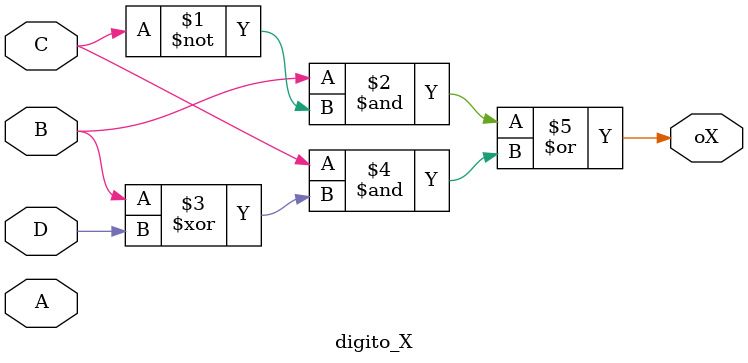
<source format=v>
module digito_X (
    input A, input B, input C, input D, output oX
);
    assign oX = B & ~C | C & (B^D);

endmodule
</source>
